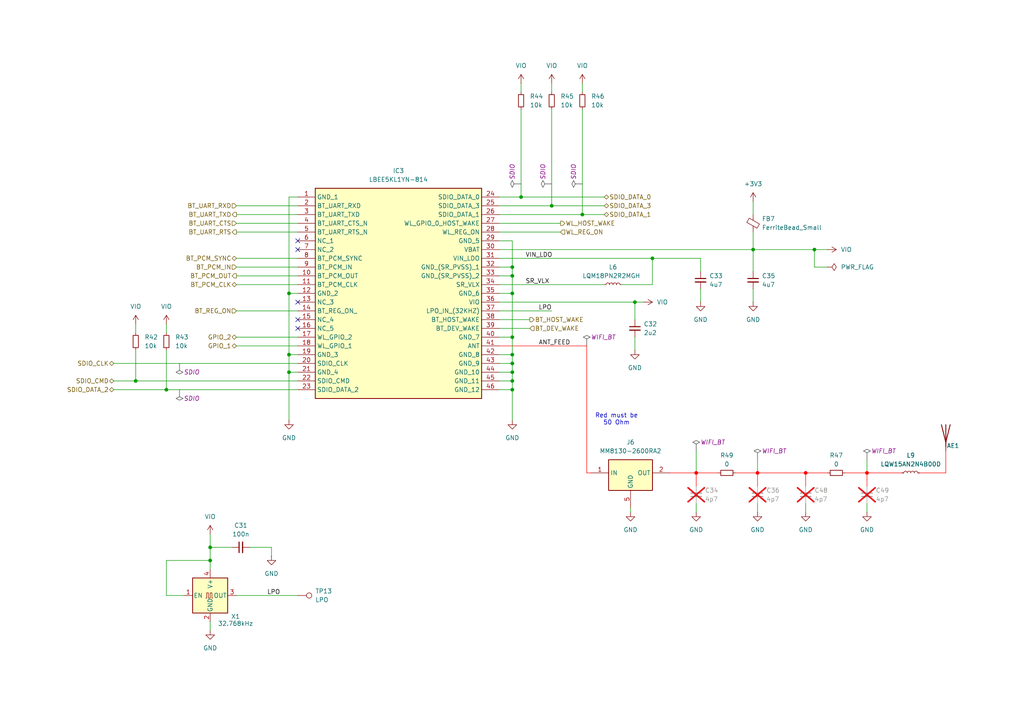
<source format=kicad_sch>
(kicad_sch (version 20231120) (generator "eeschema") (generator_version "8.0")
  (paper "A4")
  (title_block (title "WiFi and Bluetooth - Murata 1YN") (date "2025-04-29") (rev "v0.1.0") (company "github.com/gabbla") (comment 1 "${PROJECTNAME}"))
  (lib_symbols
    (symbol "Connector:TestPoint" (pin_numbers hide) (pin_names (offset 0.762) hide)
      (property "Reference" "TP" (at 0 6.858 0))
      (property "Value" "TestPoint" (at 0 5.08 0))
      (symbol "TestPoint_0_1"
        (circle (center 0 3.302) (radius 0.762))
      )
      (symbol "TestPoint_1_1"
        (pin passive line (at 0 0 90) (length 2.54) (name "1") (number "1"))
      )
    )
    (symbol "Device:Antenna" (pin_numbers hide) (pin_names (offset 1.016) hide)
      (property "Reference" "AE" (at -1.905 1.905 0))
      (property "Value" "Antenna" (at -1.905 0 0))
      (symbol "Antenna_0_1"
        (polyline (pts (xy 0 2.54) (xy 0 -3.81)) (stroke (width 0.254)))
        (polyline (pts (xy 1.27 2.54) (xy 0 -2.54) (xy -1.27 2.54)) (stroke (width 0.254)))
      )
      (symbol "Antenna_1_1"
        (pin input line (at 0 -5.08 90) (length 2.54) (name "A") (number "1"))
      )
    )
    (symbol "Device:C_Small" (pin_numbers hide) (pin_names (offset 0.254) hide)
      (property "Reference" "C" (at 0.254 1.778 0))
      (property "Value" "C_Small" (at 0.254 -2.032 0))
      (symbol "C_Small_0_1"
        (polyline (pts (xy -1.524 -0.508) (xy 1.524 -0.508)) (stroke (width 0.3302)))
        (polyline (pts (xy -1.524 0.508) (xy 1.524 0.508)) (stroke (width 0.3048)))
      )
      (symbol "C_Small_1_1"
        (pin passive line (at 0 2.54 270) (length 2.032) (name "~") (number "1"))
        (pin passive line (at 0 -2.54 90) (length 2.032) (name "~") (number "2"))
      )
    )
    (symbol "Device:FerriteBead_Small" (pin_numbers hide) (pin_names (offset 0))
      (property "Reference" "FB" (at 1.905 1.27 0))
      (property "Value" "FerriteBead_Small" (at 1.905 -1.27 0))
      (symbol "FerriteBead_Small_0_1"
        (polyline (pts (xy 0 -1.27) (xy 0 -0.7874)))
        (polyline (pts (xy 0 0.889) (xy 0 1.2954)))
        (polyline (pts (xy -1.8288 0.2794) (xy -1.1176 1.4986) (xy 1.8288 -0.2032) (xy 1.1176 -1.4224) (xy -1.8288 0.2794)))
      )
      (symbol "FerriteBead_Small_1_1"
        (pin passive line (at 0 2.54 270) (length 1.27) (name "~") (number "1"))
        (pin passive line (at 0 -2.54 90) (length 1.27) (name "~") (number "2"))
      )
    )
    (symbol "Device:L_Small" (pin_numbers hide) (pin_names (offset 0.254) hide)
      (property "Reference" "L" (at 0.762 1.016 0))
      (property "Value" "L_Small" (at 0.762 -1.016 0))
      (symbol "L_Small_0_1"
        (arc (start 0 -2.032) (mid 0.5058 -1.524) (end 0 -1.016))
        (arc (start 0 -1.016) (mid 0.5058 -0.508) (end 0 0))
        (arc (start 0 0) (mid 0.5058 0.508) (end 0 1.016))
        (arc (start 0 1.016) (mid 0.5058 1.524) (end 0 2.032))
      )
      (symbol "L_Small_1_1"
        (pin passive line (at 0 2.54 270) (length 0.508) (name "~") (number "1"))
        (pin passive line (at 0 -2.54 90) (length 0.508) (name "~") (number "2"))
      )
    )
    (symbol "Device:R_Small" (pin_numbers hide) (pin_names (offset 0.254) hide)
      (property "Reference" "R" (at 0.762 0.508 0))
      (property "Value" "R_Small" (at 0.762 -1.016 0))
      (symbol "R_Small_0_1"
        (rectangle (start -0.762 1.778) (end 0.762 -1.778) (stroke (width 0.2032)))
      )
      (symbol "R_Small_1_1"
        (pin passive line (at 0 2.54 270) (length 0.762) (name "~") (number "1"))
        (pin passive line (at 0 -2.54 90) (length 0.762) (name "~") (number "2"))
      )
    )
    (symbol "LBEE5KL1YN-814:LBEE5KL1YN-814"
      (property "Reference" "IC" (at 54.61 7.62 0))
      (property "Value" "LBEE5KL1YN-814" (at 54.61 5.08 0))
      (symbol "LBEE5KL1YN-814_1_1"
        (rectangle (start 5.08 2.54) (end 53.34 -58.42) (stroke (width 0.254)) (fill (type background)))
        (pin passive line (at 0 0 0) (length 5.08) (name "GND_1") (number "1"))
        (pin passive line (at 0 -22.86 0) (length 5.08) (name "BT_PCM_OUT") (number "10"))
        (pin passive line (at 0 -25.4 0) (length 5.08) (name "BT_PCM_CLK") (number "11"))
        (pin passive line (at 0 -27.94 0) (length 5.08) (name "GND_2") (number "12"))
        (pin passive line (at 0 -30.48 0) (length 5.08) (name "NC_3") (number "13"))
        (pin passive line (at 0 -33.02 0) (length 5.08) (name "BT_REG_ON_") (number "14"))
        (pin passive line (at 0 -35.56 0) (length 5.08) (name "NC_4") (number "15"))
        (pin passive line (at 0 -38.1 0) (length 5.08) (name "NC_5") (number "16"))
        (pin passive line (at 0 -40.64 0) (length 5.08) (name "WL_GPIO_2") (number "17"))
        (pin passive line (at 0 -43.18 0) (length 5.08) (name "WL_GPIO_1") (number "18"))
        (pin passive line (at 0 -45.72 0) (length 5.08) (name "GND_3") (number "19"))
        (pin passive line (at 0 -2.54 0) (length 5.08) (name "BT_UART_RXD") (number "2"))
        (pin passive line (at 0 -48.26 0) (length 5.08) (name "SDIO_CLK") (number "20"))
        (pin passive line (at 0 -50.8 0) (length 5.08) (name "GND_4") (number "21"))
        (pin passive line (at 0 -53.34 0) (length 5.08) (name "SDIO_CMD") (number "22"))
        (pin passive line (at 0 -55.88 0) (length 5.08) (name "SDIO_DATA_2") (number "23"))
        (pin passive line (at 58.42 0 180) (length 5.08) (name "SDIO_DATA_0") (number "24"))
        (pin passive line (at 58.42 -2.54 180) (length 5.08) (name "SDIO_DATA_3") (number "25"))
        (pin passive line (at 58.42 -5.08 180) (length 5.08) (name "SDIO_DATA_1") (number "26"))
        (pin passive line (at 58.42 -7.62 180) (length 5.08) (name "WL_GPIO_0_HOST_WAKE") (number "27"))
        (pin passive line (at 58.42 -10.16 180) (length 5.08) (name "WL_REG_ON") (number "28"))
        (pin passive line (at 58.42 -12.7 180) (length 5.08) (name "GND_5") (number "29"))
        (pin passive line (at 0 -5.08 0) (length 5.08) (name "BT_UART_TXD") (number "3"))
        (pin passive line (at 58.42 -15.24 180) (length 5.08) (name "VBAT") (number "30"))
        (pin passive line (at 58.42 -17.78 180) (length 5.08) (name "VIN_LDO") (number "31"))
        (pin passive line (at 58.42 -20.32 180) (length 5.08) (name "GND_(SR_PVSS)_1") (number "32"))
        (pin passive line (at 58.42 -22.86 180) (length 5.08) (name "GND_(SR_PVSS)_2") (number "33"))
        (pin passive line (at 58.42 -25.4 180) (length 5.08) (name "SR_VLX") (number "34"))
        (pin passive line (at 58.42 -27.94 180) (length 5.08) (name "GND_6") (number "35"))
        (pin passive line (at 58.42 -30.48 180) (length 5.08) (name "VIO") (number "36"))
        (pin passive line (at 58.42 -33.02 180) (length 5.08) (name "LPO_IN_(32KHZ)") (number "37"))
        (pin passive line (at 58.42 -35.56 180) (length 5.08) (name "BT_HOST_WAKE") (number "38"))
        (pin passive line (at 58.42 -38.1 180) (length 5.08) (name "BT_DEV_WAKE") (number "39"))
        (pin passive line (at 0 -7.62 0) (length 5.08) (name "BT_UART_CTS_N") (number "4"))
        (pin passive line (at 58.42 -40.64 180) (length 5.08) (name "GND_7") (number "40"))
        (pin passive line (at 58.42 -43.18 180) (length 5.08) (name "ANT") (number "41"))
        (pin passive line (at 58.42 -45.72 180) (length 5.08) (name "GND_8") (number "42"))
        (pin passive line (at 58.42 -48.26 180) (length 5.08) (name "GND_9") (number "43"))
        (pin passive line (at 58.42 -50.8 180) (length 5.08) (name "GND_10") (number "44"))
        (pin passive line (at 58.42 -53.34 180) (length 5.08) (name "GND_11") (number "45"))
        (pin passive line (at 58.42 -55.88 180) (length 5.08) (name "GND_12") (number "46"))
        (pin passive line (at 0 -10.16 0) (length 5.08) (name "BT_UART_RTS_N") (number "5"))
        (pin passive line (at 0 -12.7 0) (length 5.08) (name "NC_1") (number "6"))
        (pin passive line (at 0 -15.24 0) (length 5.08) (name "NC_2") (number "7"))
        (pin passive line (at 0 -17.78 0) (length 5.08) (name "BT_PCM_SYNC") (number "8"))
        (pin passive line (at 0 -20.32 0) (length 5.08) (name "BT_PCM_IN") (number "9"))
      )
    )
    (symbol "MM8130-2600RA2:MM8130-2600RA2"
      (property "Reference" "J" (at 3.048 9.144 0))
      (property "Value" "MM8130-2600RA2" (at 3.048 6.604 0))
      (symbol "MM8130-2600RA2_1_1"
        (rectangle (start 5.08 3.81) (end 17.78 -5.08) (stroke (width 0.254)) (fill (type background)))
        (pin passive line (at 0 0 0) (length 5.08) (name "IN") (number "1"))
        (pin passive line (at 22.86 0 180) (length 5.08) (name "OUT") (number "2"))
        (pin passive line (at 11.43 -10.16 90) (length 5.08) hide (name "GND") (number "3"))
        (pin passive line (at 11.43 -10.16 90) (length 5.08) hide (name "GND") (number "4"))
        (pin passive line (at 11.43 -10.16 90) (length 5.08) (name "GND") (number "5"))
        (pin passive line (at 11.43 -10.16 90) (length 5.08) hide (name "GND") (number "6"))
      )
    )
    (symbol "Oscillator:XO32" (pin_names (offset 0.254))
      (property "Reference" "X" (at -5.08 6.35 0))
      (property "Value" "XO32" (at 1.27 -6.35 0))
      (symbol "XO32_0_1"
        (rectangle (start -5.08 5.08) (end 5.08 -5.08) (stroke (width 0.254)) (fill (type background)))
        (polyline (pts (xy -1.27 -0.762) (xy -1.016 -0.762) (xy -1.016 0.762) (xy -0.508 0.762) (xy -0.508 -0.762) (xy 0 -0.762) (xy 0 0.762) (xy 0.508 0.762) (xy 0.508 -0.762) (xy 0.762 -0.762)))
      )
      (symbol "XO32_1_1"
        (pin input line (at -7.62 0 0) (length 2.54) (name "EN") (number "1"))
        (pin power_in line (at 0 -7.62 90) (length 2.54) (name "GND") (number "2"))
        (pin output line (at 7.62 0 180) (length 2.54) (name "OUT") (number "3"))
        (pin power_in line (at 0 7.62 270) (length 2.54) (name "V+") (number "4"))
      )
    )
    (symbol "power:+3V3" (power) (pin_numbers hide) (pin_names (offset 0) hide)
      (property "Value" "+3V3" (at 0 3.556 0))
      (symbol "+3V3_0_1"
        (polyline (pts (xy -0.762 1.27) (xy 0 2.54)))
        (polyline (pts (xy 0 0) (xy 0 2.54)))
        (polyline (pts (xy 0 2.54) (xy 0.762 1.27)))
      )
      (symbol "+3V3_1_1"
        (pin power_in line (at 0 0 90) (length 0) (name "~") (number "1"))
      )
    )
    (symbol "power:GND" (power) (pin_numbers hide) (pin_names (offset 0) hide)
      (property "Value" "GND" (at 0 -3.81 0))
      (symbol "GND_0_1"
        (polyline (pts (xy 0 0) (xy 0 -1.27) (xy 1.27 -1.27) (xy 0 -2.54) (xy -1.27 -1.27) (xy 0 -1.27)))
      )
      (symbol "GND_1_1"
        (pin power_in line (at 0 0 270) (length 0) (name "~") (number "1"))
      )
    )
    (symbol "power:PWR_FLAG" (power) (pin_numbers hide) (pin_names (offset 0) hide)
      (property "Value" "PWR_FLAG" (at 0 3.81 0))
      (symbol "PWR_FLAG_0_0"
        (pin power_out line (at 0 0 90) (length 0) (name "~") (number "1"))
      )
      (symbol "PWR_FLAG_0_1"
        (polyline (pts (xy 0 0) (xy 0 1.27) (xy -1.016 1.905) (xy 0 2.54) (xy 1.016 1.905) (xy 0 1.27)))
      )
    )
  )
  (junction (at 189.23 74.93))
  (junction (at 151.13 57.15))
  (junction (at 148.59 105.41))
  (junction (at 148.59 85.09))
  (junction (at 148.59 77.47))
  (junction (at 83.82 85.09))
  (junction (at 148.59 80.01))
  (junction (at 148.59 110.49))
  (junction (at 160.02 59.69))
  (junction (at 168.91 62.23))
  (junction (at 148.59 102.87))
  (junction (at 148.59 97.79))
  (junction (at 148.59 107.95))
  (junction (at 60.96 162.56))
  (junction (at 83.82 107.95))
  (junction (at 251.46 137.16) (color 255 0 0 1))
  (junction (at 218.44 72.39))
  (junction (at 233.68 137.16) (color 255 0 0 1))
  (junction (at 60.96 158.75))
  (junction (at 48.26 113.03))
  (junction (at 201.93 137.16) (color 255 0 0 1))
  (junction (at 39.37 110.49))
  (junction (at 184.15 87.63))
  (junction (at 148.59 113.03))
  (junction (at 236.22 72.39))
  (junction (at 83.82 102.87))
  (junction (at 219.71 137.16) (color 255 0 0 1))
  (no_connect (at 86.36 87.63))
  (no_connect (at 86.36 69.85))
  (no_connect (at 86.36 95.25))
  (no_connect (at 86.36 92.71))
  (no_connect (at 86.36 72.39))
  (wire (pts (xy 170.18 100.33) (xy 170.18 137.16)) (stroke (width 0) (color 255 0 0 1)))
  (wire (pts (xy 144.78 62.23) (xy 168.91 62.23)))
  (wire (pts (xy 144.78 85.09) (xy 148.59 85.09)))
  (wire (pts (xy 218.44 72.39) (xy 236.22 72.39)))
  (wire (pts (xy 39.37 93.98) (xy 39.37 96.52)))
  (wire (pts (xy 60.96 180.34) (xy 60.96 182.88)))
  (wire (pts (xy 201.93 137.16) (xy 201.93 140.97)) (stroke (width 0) (color 255 0 0 1)))
  (wire (pts (xy 148.59 105.41) (xy 148.59 107.95)))
  (wire (pts (xy 60.96 158.75) (xy 60.96 162.56)))
  (wire (pts (xy 78.74 158.75) (xy 78.74 161.29)))
  (wire (pts (xy 182.88 147.32) (xy 182.88 148.59)))
  (wire (pts (xy 48.26 93.98) (xy 48.26 96.52)))
  (wire (pts (xy 213.36 137.16) (xy 219.71 137.16)) (stroke (width 0) (color 255 0 0 1)))
  (wire (pts (xy 144.78 95.25) (xy 153.67 95.25)))
  (wire (pts (xy 83.82 107.95) (xy 83.82 121.92)))
  (wire (pts (xy 68.58 64.77) (xy 86.36 64.77)))
  (wire (pts (xy 68.58 90.17) (xy 86.36 90.17)))
  (wire (pts (xy 68.58 59.69) (xy 86.36 59.69)))
  (wire (pts (xy 144.78 67.31) (xy 162.56 67.31)))
  (wire (pts (xy 168.91 24.13) (xy 168.91 26.67)))
  (wire (pts (xy 144.78 102.87) (xy 148.59 102.87)))
  (wire (pts (xy 144.78 113.03) (xy 148.59 113.03)))
  (wire (pts (xy 151.13 24.13) (xy 151.13 26.67)))
  (wire (pts (xy 144.78 110.49) (xy 148.59 110.49)))
  (wire (pts (xy 160.02 59.69) (xy 175.26 59.69)))
  (wire (pts (xy 219.71 133.35) (xy 219.71 137.16)))
  (wire (pts (xy 236.22 77.47) (xy 236.22 72.39)))
  (wire (pts (xy 68.58 172.72) (xy 86.36 172.72)))
  (wire (pts (xy 83.82 85.09) (xy 86.36 85.09)))
  (wire (pts (xy 189.23 82.55) (xy 189.23 74.93)))
  (wire (pts (xy 53.34 172.72) (xy 48.26 172.72)))
  (wire (pts (xy 68.58 97.79) (xy 86.36 97.79)))
  (wire (pts (xy 83.82 102.87) (xy 86.36 102.87)))
  (wire (pts (xy 148.59 80.01) (xy 148.59 85.09)))
  (wire (pts (xy 86.36 57.15) (xy 83.82 57.15)))
  (wire (pts (xy 144.78 87.63) (xy 184.15 87.63)))
  (wire (pts (xy 180.34 82.55) (xy 189.23 82.55)))
  (wire (pts (xy 240.03 77.47) (xy 236.22 77.47)))
  (wire (pts (xy 170.18 137.16) (xy 171.45 137.16)) (stroke (width 0) (color 255 0 0 1)))
  (wire (pts (xy 144.78 80.01) (xy 148.59 80.01)))
  (wire (pts (xy 60.96 154.94) (xy 60.96 158.75)))
  (wire (pts (xy 245.11 137.16) (xy 251.46 137.16)) (stroke (width 0) (color 255 0 0 1)))
  (wire (pts (xy 60.96 162.56) (xy 60.96 165.1)))
  (wire (pts (xy 144.78 77.47) (xy 148.59 77.47)))
  (wire (pts (xy 201.93 130.81) (xy 201.93 137.16)))
  (wire (pts (xy 184.15 87.63) (xy 186.69 87.63)))
  (wire (pts (xy 33.02 105.41) (xy 86.36 105.41)))
  (wire (pts (xy 274.32 137.16) (xy 274.32 130.81)) (stroke (width 0) (color 255 0 0 1)))
  (wire (pts (xy 68.58 100.33) (xy 86.36 100.33)))
  (wire (pts (xy 144.78 92.71) (xy 153.67 92.71)))
  (wire (pts (xy 218.44 83.82) (xy 218.44 87.63)))
  (wire (pts (xy 72.39 158.75) (xy 78.74 158.75)))
  (wire (pts (xy 203.2 74.93) (xy 189.23 74.93)))
  (wire (pts (xy 168.91 62.23) (xy 175.26 62.23)))
  (wire (pts (xy 48.26 162.56) (xy 60.96 162.56)))
  (wire (pts (xy 144.78 105.41) (xy 148.59 105.41)))
  (wire (pts (xy 184.15 97.79) (xy 184.15 101.6)))
  (wire (pts (xy 233.68 137.16) (xy 233.68 140.97)) (stroke (width 0) (color 255 0 0 1)))
  (wire (pts (xy 251.46 146.05) (xy 251.46 148.59)))
  (wire (pts (xy 144.78 59.69) (xy 160.02 59.69)))
  (wire (pts (xy 233.68 146.05) (xy 233.68 148.59)))
  (wire (pts (xy 218.44 67.31) (xy 218.44 72.39)))
  (wire (pts (xy 144.78 97.79) (xy 148.59 97.79)))
  (wire (pts (xy 144.78 69.85) (xy 148.59 69.85)))
  (wire (pts (xy 60.96 158.75) (xy 67.31 158.75)))
  (wire (pts (xy 203.2 78.74) (xy 203.2 74.93)))
  (wire (pts (xy 68.58 62.23) (xy 86.36 62.23)))
  (wire (pts (xy 83.82 102.87) (xy 83.82 107.95)))
  (wire (pts (xy 68.58 67.31) (xy 86.36 67.31)))
  (wire (pts (xy 218.44 72.39) (xy 218.44 78.74)))
  (wire (pts (xy 144.78 100.33) (xy 170.18 100.33)) (stroke (width 0) (color 255 0 0 1)))
  (wire (pts (xy 83.82 57.15) (xy 83.82 85.09)))
  (wire (pts (xy 48.26 101.6) (xy 48.26 113.03)))
  (wire (pts (xy 144.78 82.55) (xy 175.26 82.55)))
  (wire (pts (xy 233.68 137.16) (xy 240.03 137.16)) (stroke (width 0) (color 255 0 0 1)))
  (wire (pts (xy 168.91 31.75) (xy 168.91 62.23)))
  (wire (pts (xy 148.59 110.49) (xy 148.59 113.03)))
  (wire (pts (xy 144.78 64.77) (xy 162.56 64.77)))
  (wire (pts (xy 218.44 58.42) (xy 218.44 62.23)))
  (wire (pts (xy 148.59 77.47) (xy 148.59 80.01)))
  (wire (pts (xy 151.13 31.75) (xy 151.13 57.15)))
  (wire (pts (xy 148.59 107.95) (xy 148.59 110.49)))
  (wire (pts (xy 83.82 85.09) (xy 83.82 102.87)))
  (wire (pts (xy 144.78 90.17) (xy 160.02 90.17)))
  (wire (pts (xy 148.59 97.79) (xy 148.59 102.87)))
  (wire (pts (xy 144.78 72.39) (xy 218.44 72.39)))
  (wire (pts (xy 151.13 57.15) (xy 175.26 57.15)))
  (wire (pts (xy 160.02 31.75) (xy 160.02 59.69)))
  (wire (pts (xy 266.7 137.16) (xy 274.32 137.16)) (stroke (width 0) (color 255 0 0 1)))
  (wire (pts (xy 144.78 57.15) (xy 151.13 57.15)))
  (wire (pts (xy 148.59 69.85) (xy 148.59 77.47)))
  (wire (pts (xy 203.2 83.82) (xy 203.2 87.63)))
  (wire (pts (xy 219.71 137.16) (xy 233.68 137.16)) (stroke (width 0) (color 255 0 0 1)))
  (wire (pts (xy 194.31 137.16) (xy 201.93 137.16)) (stroke (width 0) (color 255 0 0 1)))
  (wire (pts (xy 68.58 77.47) (xy 86.36 77.47)))
  (wire (pts (xy 251.46 133.35) (xy 251.46 137.16)))
  (wire (pts (xy 48.26 113.03) (xy 86.36 113.03)))
  (wire (pts (xy 201.93 137.16) (xy 208.28 137.16)) (stroke (width 0) (color 255 0 0 1)))
  (wire (pts (xy 184.15 87.63) (xy 184.15 92.71)))
  (wire (pts (xy 160.02 24.13) (xy 160.02 26.67)))
  (wire (pts (xy 219.71 137.16) (xy 219.71 140.97)) (stroke (width 0) (color 255 0 0 1)))
  (wire (pts (xy 39.37 110.49) (xy 86.36 110.49)))
  (wire (pts (xy 144.78 107.95) (xy 148.59 107.95)))
  (wire (pts (xy 144.78 74.93) (xy 189.23 74.93)))
  (wire (pts (xy 48.26 172.72) (xy 48.26 162.56)))
  (wire (pts (xy 201.93 146.05) (xy 201.93 148.59)))
  (wire (pts (xy 33.02 113.03) (xy 48.26 113.03)))
  (wire (pts (xy 68.58 82.55) (xy 86.36 82.55)))
  (wire (pts (xy 236.22 72.39) (xy 240.03 72.39)))
  (wire (pts (xy 251.46 137.16) (xy 251.46 140.97)) (stroke (width 0) (color 255 0 0 1)))
  (wire (pts (xy 68.58 74.93) (xy 86.36 74.93)))
  (wire (pts (xy 148.59 85.09) (xy 148.59 97.79)))
  (wire (pts (xy 33.02 110.49) (xy 39.37 110.49)))
  (wire (pts (xy 148.59 102.87) (xy 148.59 105.41)))
  (wire (pts (xy 68.58 80.01) (xy 86.36 80.01)))
  (wire (pts (xy 219.71 146.05) (xy 219.71 148.59)))
  (wire (pts (xy 83.82 107.95) (xy 86.36 107.95)))
  (wire (pts (xy 39.37 101.6) (xy 39.37 110.49)))
  (wire (pts (xy 251.46 137.16) (xy 261.62 137.16)) (stroke (width 0) (color 255 0 0 1)))
  (wire (pts (xy 148.59 113.03) (xy 148.59 121.92)))
  (text "Red must be\n50 Ohm" (at 178.816 121.666 0) (effects (font (size 1.27 1.27))))
  (label "SR_VLX" (at 152.4 82.55 0))
  (label "VIN_LDO" (at 152.4 74.93 0))
  (label "ANT_FEED" (at 156.21 100.33 0))
  (label "LPO" (at 81.28 172.72 180))
  (label "LPO" (at 160.02 90.17 180))
  (hierarchical_label "BT_DEV_WAKE" (shape input) (at 153.67 95.25 0))
  (hierarchical_label "GPIO_1" (shape bidirectional) (at 68.58 100.33 180))
  (hierarchical_label "BT_UART_CTS" (shape input) (at 68.58 64.77 180))
  (hierarchical_label "WL_HOST_WAKE" (shape output) (at 162.56 64.77 0))
  (hierarchical_label "BT_UART_RTS" (shape output) (at 68.58 67.31 180))
  (hierarchical_label "SDIO_DATA_1" (shape bidirectional) (at 175.26 62.23 0))
  (hierarchical_label "SDIO_CLK" (shape bidirectional) (at 33.02 105.41 180))
  (hierarchical_label "SDIO_DATA_2" (shape bidirectional) (at 33.02 113.03 180))
  (hierarchical_label "BT_UART_TXD" (shape output) (at 68.58 62.23 180))
  (hierarchical_label "BT_PCM_SYNC" (shape bidirectional) (at 68.58 74.93 180))
  (hierarchical_label "SDIO_DATA_0" (shape bidirectional) (at 175.26 57.15 0))
  (hierarchical_label "BT_REG_ON" (shape input) (at 68.58 90.17 180))
  (hierarchical_label "BT_PCM_IN" (shape input) (at 68.58 77.47 180))
  (hierarchical_label "BT_PCM_CLK" (shape bidirectional) (at 68.58 82.55 180))
  (hierarchical_label "BT_UART_RXD" (shape input) (at 68.58 59.69 180))
  (hierarchical_label "BT_HOST_WAKE" (shape output) (at 153.67 92.71 0))
  (hierarchical_label "GPIO_2" (shape bidirectional) (at 68.58 97.79 180))
  (hierarchical_label "BT_PCM_OUT" (shape output) (at 68.58 80.01 180))
  (hierarchical_label "SDIO_DATA_3" (shape bidirectional) (at 175.26 59.69 0))
  (hierarchical_label "WL_REG_ON" (shape input) (at 162.56 67.31 0))
  (hierarchical_label "SDIO_CMD" (shape bidirectional) (at 33.02 110.49 180))
  (netclass_flag "" (length 2.54) (shape diamond) (at 219.71 133.35 0) (property "Netclass" "WIFI_BT" (at 220.9165 130.81 0) (effects (font (italic yes)) (justify left))))
  (netclass_flag "" (length 2.54) (shape diamond) (at 170.18 100.33 0) (property "Netclass" "WIFI_BT" (at 171.3865 97.79 0) (effects (font (italic yes)) (justify left))))
  (netclass_flag "" (length 2.54) (shape diamond) (at 151.13 53.34 90) (property "Netclass" "SDIO" (at 148.59 52.1335 90) (effects (font (italic yes)) (justify left))))
  (netclass_flag "" (length 2.54) (shape diamond) (at 201.93 130.81 0) (property "Netclass" "WIFI_BT" (at 203.1365 128.27 0) (effects (font (italic yes)) (justify left))))
  (netclass_flag "" (length 2.54) (shape diamond) (at 52.07 113.03 180) (property "Netclass" "SDIO" (at 53.2765 115.57 0) (effects (font (italic yes)) (justify left))))
  (netclass_flag "" (length 2.54) (shape diamond) (at 52.07 105.41 180) (property "Netclass" "SDIO" (at 53.2765 107.95 0) (effects (font (italic yes)) (justify left))))
  (netclass_flag "" (length 2.54) (shape diamond) (at 251.46 133.35 0) (property "Netclass" "WIFI_BT" (at 252.6665 130.81 0) (effects (font (italic yes)) (justify left))))
  (netclass_flag "" (length 2.54) (shape diamond) (at 168.91 53.34 90) (property "Netclass" "SDIO" (at 166.37 52.1335 90) (effects (font (italic yes)) (justify left))))
  (netclass_flag "" (length 2.54) (shape diamond) (at 160.02 53.34 90) (property "Netclass" "SDIO" (at 157.48 52.1335 90) (effects (font (italic yes)) (justify left))))
  (symbol (lib_id "power:GND") (at 233.68 148.59 0) (unit 1)
    (property "Reference" "#PWR0160" (effects (hide yes)))
    (property "Value" "GND" (at 233.68 153.67 0))
    (property "Description" "Power symbol creates a global label with name \"GND\" , ground" (effects (hide yes)))
  )
  (symbol (lib_id "Device:FerriteBead_Small") (at 218.44 64.77 0) (unit 1)
    (property "Reference" "FB7" (at 220.98 63.4618 0) (effects (justify left)))
    (property "Value" "FerriteBead_Small" (at 220.98 66.0018 0) (effects (justify left)))
    (property "Footprint" "Inductor_SMD:L_0805_2012Metric_Pad1.05x1.20mm_HandSolder" (effects (hide yes)))
    (property "Description" "Ferrite bead, small symbol" (effects (hide yes)))
  )
  (symbol (lib_id "power:GND") (at 218.44 87.63 0) (unit 1)
    (property "Reference" "#PWR098" (effects (hide yes)))
    (property "Value" "GND" (at 218.44 92.71 0))
    (property "Description" "Power symbol creates a global label with name \"GND\" , ground" (effects (hide yes)))
  )
  (symbol (lib_id "Device:C_Small") (at 219.71 143.51 180) (unit 1) (dnp yes)
    (property "Reference" "C36" (at 222.25 142.2335 0) (effects (justify right)))
    (property "Value" "4p7" (at 222.25 144.7735 0) (effects (justify right)))
    (property "Footprint" "Capacitor_SMD:C_0402_1005Metric_Pad0.74x0.62mm_HandSolder" (effects (hide yes)))
    (property "Description" "Unpolarized capacitor, small symbol" (effects (hide yes)))
  )
  (symbol (lib_id "power:GND") (at 83.82 121.92 0) (unit 1)
    (property "Reference" "#PWR090" (effects (hide yes)))
    (property "Value" "GND" (at 83.82 127 0))
    (property "Description" "Power symbol creates a global label with name \"GND\" , ground" (effects (hide yes)))
  )
  (symbol (lib_id "Device:R_Small") (at 160.02 29.21 0) (unit 1)
    (property "Reference" "R45" (at 162.56 27.9399 0) (effects (justify left)))
    (property "Value" "10k" (at 162.56 30.4799 0) (effects (justify left)))
    (property "Footprint" "Resistor_SMD:R_0402_1005Metric_Pad0.72x0.64mm_HandSolder" (effects (hide yes)))
    (property "Description" "Resistor, small symbol" (effects (hide yes)))
  )
  (symbol (lib_id "power:+3V3") (at 60.96 154.94 0) (unit 1)
    (property "Reference" "#PWR087" (effects (hide yes)))
    (property "Value" "VIO" (at 60.96 149.86 0))
    (property "Description" "Power symbol creates a global label with name \"+3V3\"" (effects (hide yes)))
  )
  (symbol (lib_id "Device:C_Small") (at 184.15 95.25 0) (unit 1)
    (property "Reference" "C32" (at 186.69 93.9862 0) (effects (justify left)))
    (property "Value" "2u2" (at 186.69 96.5262 0) (effects (justify left)))
    (property "Footprint" "Capacitor_SMD:C_0603_1608Metric_Pad1.08x0.95mm_HandSolder" (effects (hide yes)))
    (property "Description" "Unpolarized capacitor, small symbol" (effects (hide yes)))
  )
  (symbol (lib_id "power:+3V3") (at 160.02 24.13 0) (unit 1)
    (property "Reference" "#PWR093" (effects (hide yes)))
    (property "Value" "VIO" (at 160.02 19.05 0))
    (property "Description" "Power symbol creates a global label with name \"+3V3\"" (effects (hide yes)))
  )
  (symbol (lib_id "power:GND") (at 203.2 87.63 0) (unit 1)
    (property "Reference" "#PWR094" (effects (hide yes)))
    (property "Value" "GND" (at 203.2 92.71 0))
    (property "Description" "Power symbol creates a global label with name \"GND\" , ground" (effects (hide yes)))
  )
  (symbol (lib_id "LBEE5KL1YN-814:LBEE5KL1YN-814") (at 86.36 57.15 0) (unit 1)
    (property "Reference" "IC3" (at 115.57 49.53 0))
    (property "Value" "LBEE5KL1YN-814" (at 115.57 52.07 0))
    (property "Footprint" "LBEE5KL1YN-814:LBEE5KL1YN814" (effects (hide yes)))
    (property "Datasheet" "https://www.murata.com/products/productdata/8815814344734/type1yn.pdf" (effects (hide yes)))
    (property "Description" "Bluetooth 802.11b/g/n, Bluetooth v5.2 Transceiver Module 2.4GHz ~ 2.4835GHz Antenna Not Included Surface Mount" (effects (hide yes)))
    (property "Height" "1.1" (effects (hide yes)))
    (property "Manufacturer_Name" "Murata Electronics" (effects (hide yes)))
    (property "Manufacturer_Part_Number" "LBEE5KL1YN-814" (effects (hide yes)))
    (property "Mouser Part Number" "81-LBEE5KL1YN-814" (effects (hide yes)))
    (property "Mouser Price/Stock" "https://www.mouser.co.uk/ProductDetail/Murata-Electronics/LBEE5KL1YN-814?qs=TCDPyi3sCW1FrH0sh%252Bb5wA%3D%3D" (effects (hide yes)))
    (property "Arrow Part Number" "LBEE5KL1YN-814" (effects (hide yes)))
    (property "Arrow Price/Stock" "https://www.arrow.com/en/products/lbee5kl1yn-814/murata-manufacturing?utm_currency=USD&region=nac" (effects (hide yes)))
  )
  (symbol (lib_id "Device:L_Small") (at 264.16 137.16 90) (unit 1)
    (property "Reference" "L9" (at 264.16 132.08 90))
    (property "Value" "LQW15AN2N4B00D" (at 264.16 134.62 90))
    (property "Footprint" "Inductor_SMD:L_0402_1005Metric" (effects (hide yes)))
    (property "Description" "Inductor, small symbol" (effects (hide yes)))
  )
  (symbol (lib_id "Device:C_Small") (at 201.93 143.51 180) (unit 1) (dnp yes)
    (property "Reference" "C34" (at 204.47 142.2335 0) (effects (justify right)))
    (property "Value" "4p7" (at 204.47 144.7735 0) (effects (justify right)))
    (property "Footprint" "Capacitor_SMD:C_0402_1005Metric_Pad0.74x0.62mm_HandSolder" (effects (hide yes)))
    (property "Description" "Unpolarized capacitor, small symbol" (effects (hide yes)))
  )
  (symbol (lib_id "Oscillator:XO32") (at 60.96 172.72 0) (unit 1)
    (property "Reference" "X1" (at 68.326 178.816 0))
    (property "Value" "32.768kHz" (at 68.326 180.848 0))
    (property "Footprint" "Oscillator:Oscillator_SMD_EuroQuartz_XO32-4Pin_3.2x2.5mm" (effects (hide yes)))
    (property "Datasheet" "http://cdn-reichelt.de/documents/datenblatt/B400/XO32.pdf" (effects (hide yes)))
    (property "Description" "HCMOS Clock Oscillator" (effects (hide yes)))
  )
  (symbol (lib_id "power:GND") (at 201.93 148.59 0) (unit 1)
    (property "Reference" "#PWR0100" (effects (hide yes)))
    (property "Value" "GND" (at 201.93 153.67 0))
    (property "Description" "Power symbol creates a global label with name \"GND\" , ground" (effects (hide yes)))
  )
  (symbol (lib_id "Device:C_Small") (at 233.68 143.51 180) (unit 1) (dnp yes)
    (property "Reference" "C48" (at 236.22 142.2335 0) (effects (justify right)))
    (property "Value" "4p7" (at 236.22 144.7735 0) (effects (justify right)))
    (property "Footprint" "Capacitor_SMD:C_0402_1005Metric_Pad0.74x0.62mm_HandSolder" (effects (hide yes)))
    (property "Description" "Unpolarized capacitor, small symbol" (effects (hide yes)))
  )
  (symbol (lib_id "power:+3V3") (at 240.03 72.39 270) (unit 1)
    (property "Reference" "#PWR0104" (effects (hide yes)))
    (property "Value" "VIO" (at 243.84 72.3899 90) (effects (justify left)))
    (property "Description" "Power symbol creates a global label with name \"+3V3\"" (effects (hide yes)))
  )
  (symbol (lib_id "Device:L_Small") (at 177.8 82.55 90) (unit 1)
    (property "Reference" "L6" (at 177.8 77.47 90))
    (property "Value" "LQM18PN2R2MGH " (at 177.8 80.01 90))
    (property "Footprint" "Inductor_SMD:L_0603_1608Metric_Pad1.05x0.95mm_HandSolder" (effects (hide yes)))
    (property "Description" "Inductor, small symbol" (effects (hide yes)))
  )
  (symbol (lib_id "Device:C_Small") (at 218.44 81.28 0) (unit 1)
    (property "Reference" "C35" (at 220.98 80.0162 0) (effects (justify left)))
    (property "Value" "4u7" (at 220.98 82.5562 0) (effects (justify left)))
    (property "Footprint" "Capacitor_SMD:C_0603_1608Metric_Pad1.08x0.95mm_HandSolder" (effects (hide yes)))
    (property "Description" "Unpolarized capacitor, small symbol" (effects (hide yes)))
  )
  (symbol (lib_id "power:+3V3") (at 48.26 93.98 0) (unit 1)
    (property "Reference" "#PWR086" (effects (hide yes)))
    (property "Value" "VIO" (at 48.26 88.9 0))
    (property "Description" "Power symbol creates a global label with name \"+3V3\"" (effects (hide yes)))
  )
  (symbol (lib_id "power:GND") (at 251.46 148.59 0) (unit 1)
    (property "Reference" "#PWR0161" (effects (hide yes)))
    (property "Value" "GND" (at 251.46 153.67 0))
    (property "Description" "Power symbol creates a global label with name \"GND\" , ground" (effects (hide yes)))
  )
  (symbol (lib_id "Device:R_Small") (at 168.91 29.21 0) (unit 1)
    (property "Reference" "R46" (at 171.45 27.9399 0) (effects (justify left)))
    (property "Value" "10k" (at 171.45 30.4799 0) (effects (justify left)))
    (property "Footprint" "Resistor_SMD:R_0402_1005Metric_Pad0.72x0.64mm_HandSolder" (effects (hide yes)))
    (property "Description" "Resistor, small symbol" (effects (hide yes)))
  )
  (symbol (lib_id "power:+3V3") (at 168.91 24.13 0) (unit 1)
    (property "Reference" "#PWR095" (effects (hide yes)))
    (property "Value" "VIO" (at 168.91 19.05 0))
    (property "Description" "Power symbol creates a global label with name \"+3V3\"" (effects (hide yes)))
  )
  (symbol (lib_id "Device:C_Small") (at 69.85 158.75 90) (unit 1)
    (property "Reference" "C31" (at 69.8563 152.4 90))
    (property "Value" "100n" (at 69.8563 154.94 90))
    (property "Footprint" "Capacitor_SMD:C_0603_1608Metric_Pad1.08x0.95mm_HandSolder" (effects (hide yes)))
    (property "Description" "Unpolarized capacitor, small symbol" (effects (hide yes)))
  )
  (symbol (lib_id "Device:R_Small") (at 151.13 29.21 0) (unit 1)
    (property "Reference" "R44" (at 153.67 27.9399 0) (effects (justify left)))
    (property "Value" "10k" (at 153.67 30.4799 0) (effects (justify left)))
    (property "Footprint" "Resistor_SMD:R_0402_1005Metric_Pad0.72x0.64mm_HandSolder" (effects (hide yes)))
    (property "Description" "Resistor, small symbol" (effects (hide yes)))
  )
  (symbol (lib_id "Device:R_Small") (at 242.57 137.16 270) (unit 1)
    (property "Reference" "R47" (at 242.57 132.08 90))
    (property "Value" "0" (at 242.57 134.62 90))
    (property "Footprint" "Resistor_SMD:R_0402_1005Metric_Pad0.72x0.64mm_HandSolder" (effects (hide yes)))
    (property "Description" "Resistor, small symbol" (effects (hide yes)))
  )
  (symbol (lib_id "Device:R_Small") (at 48.26 99.06 0) (unit 1)
    (property "Reference" "R43" (at 50.8 97.7899 0) (effects (justify left)))
    (property "Value" "10k" (at 50.8 100.3299 0) (effects (justify left)))
    (property "Footprint" "Resistor_SMD:R_0402_1005Metric_Pad0.72x0.64mm_HandSolder" (effects (hide yes)))
    (property "Description" "Resistor, small symbol" (effects (hide yes)))
  )
  (symbol (lib_id "Device:Antenna") (at 274.32 125.73 0) (unit 1)
    (property "Reference" "AE1" (at 274.574 129.286 0) (effects (justify left)))
    (property "Value" "type1YN-antenna-p2ml4452-1" (effects (hide yes)))
    (property "Footprint" "1yn_antenna:1YN_ANTENNA" (effects (hide yes)))
    (property "Description" "Antenna" (effects (hide yes)))
  )
  (symbol (lib_id "power:+3V3") (at 186.69 87.63 270) (unit 1)
    (property "Reference" "#PWR097" (effects (hide yes)))
    (property "Value" "VIO" (at 190.5 87.6299 90) (effects (justify left)))
    (property "Description" "Power symbol creates a global label with name \"+3V3\"" (effects (hide yes)))
  )
  (symbol (lib_id "power:+3V3") (at 39.37 93.98 0) (unit 1)
    (property "Reference" "#PWR085" (effects (hide yes)))
    (property "Value" "VIO" (at 39.37 88.9 0))
    (property "Description" "Power symbol creates a global label with name \"+3V3\"" (effects (hide yes)))
  )
  (symbol (lib_id "power:+3V3") (at 218.44 58.42 0) (unit 1)
    (property "Reference" "#PWR0101" (effects (hide yes)))
    (property "Value" "+3V3" (at 218.44 53.34 0))
    (property "Description" "Power symbol creates a global label with name \"+3V3\"" (effects (hide yes)))
  )
  (symbol (lib_id "power:GND") (at 184.15 101.6 0) (unit 1)
    (property "Reference" "#PWR096" (effects (hide yes)))
    (property "Value" "GND" (at 184.15 106.68 0))
    (property "Description" "Power symbol creates a global label with name \"GND\" , ground" (effects (hide yes)))
  )
  (symbol (lib_id "power:GND") (at 148.59 121.92 0) (unit 1)
    (property "Reference" "#PWR091" (effects (hide yes)))
    (property "Value" "GND" (at 148.59 127 0))
    (property "Description" "Power symbol creates a global label with name \"GND\" , ground" (effects (hide yes)))
  )
  (symbol (lib_id "Connector:TestPoint") (at 86.36 172.72 270) (unit 1)
    (property "Reference" "TP13" (at 91.44 171.4499 90) (effects (justify left)))
    (property "Value" "LPO" (at 91.44 173.9899 90) (effects (justify left)))
    (property "Footprint" "TestPoint:TestPoint_Pad_D1.0mm" (effects (hide yes)))
    (property "Description" "test point" (effects (hide yes)))
  )
  (symbol (lib_id "power:GND") (at 78.74 161.29 0) (unit 1)
    (property "Reference" "#PWR089" (effects (hide yes)))
    (property "Value" "GND" (at 78.74 166.37 0))
    (property "Description" "Power symbol creates a global label with name \"GND\" , ground" (effects (hide yes)))
  )
  (symbol (lib_id "power:+3V3") (at 151.13 24.13 0) (unit 1)
    (property "Reference" "#PWR092" (effects (hide yes)))
    (property "Value" "VIO" (at 151.13 19.05 0))
    (property "Description" "Power symbol creates a global label with name \"+3V3\"" (effects (hide yes)))
  )
  (symbol (lib_id "MM8130-2600RA2:MM8130-2600RA2") (at 171.45 137.16 0) (unit 1)
    (property "Reference" "J6" (at 182.88 128.27 0))
    (property "Value" "MM8130-2600RA2" (at 182.88 130.81 0))
    (property "Footprint" "MM8130-2600RA2:MM81302600RA2" (effects (hide yes)))
    (property "Datasheet" "https://www.murata.com/-/media/webrenewal/support/library/catalog/products/connector/o30e.ashx?la=en-gb&cvid=20230202042145000000" (effects (hide yes)))
    (property "Description" "SWF Connector Receptacle, Female Socket 50 Ohms Surface Mount Solder" (effects (hide yes)))
    (property "Height" "1.5" (effects (hide yes)))
    (property "Mouser Part Number" "81-MM8130-2600RA2" (effects (hide yes)))
    (property "Mouser Price/Stock" "https://www.mouser.co.uk/ProductDetail/Murata-Electronics/MM8130-2600RA2?qs=pwh76yelNxAj%2FSz0%2FLo03A%3D%3D" (effects (hide yes)))
    (property "Manufacturer_Name" "Murata Electronics" (effects (hide yes)))
    (property "Manufacturer_Part_Number" "MM8130-2600RA2" (effects (hide yes)))
  )
  (symbol (lib_id "Device:C_Small") (at 251.46 143.51 180) (unit 1) (dnp yes)
    (property "Reference" "C49" (at 254 142.2335 0) (effects (justify right)))
    (property "Value" "4p7" (at 254 144.7735 0) (effects (justify right)))
    (property "Footprint" "Capacitor_SMD:C_0402_1005Metric_Pad0.74x0.62mm_HandSolder" (effects (hide yes)))
    (property "Description" "Unpolarized capacitor, small symbol" (effects (hide yes)))
  )
  (symbol (lib_id "power:GND") (at 219.71 148.59 0) (unit 1)
    (property "Reference" "#PWR0103" (effects (hide yes)))
    (property "Value" "GND" (at 219.71 153.67 0))
    (property "Description" "Power symbol creates a global label with name \"GND\" , ground" (effects (hide yes)))
  )
  (symbol (lib_id "Device:R_Small") (at 210.82 137.16 270) (unit 1)
    (property "Reference" "R49" (at 210.82 132.08 90))
    (property "Value" "0" (at 210.82 134.62 90))
    (property "Footprint" "Resistor_SMD:R_0402_1005Metric_Pad0.72x0.64mm_HandSolder" (effects (hide yes)))
    (property "Description" "Resistor, small symbol" (effects (hide yes)))
  )
  (symbol (lib_id "power:GND") (at 60.96 182.88 0) (unit 1)
    (property "Reference" "#PWR088" (effects (hide yes)))
    (property "Value" "GND" (at 60.96 187.96 0))
    (property "Description" "Power symbol creates a global label with name \"GND\" , ground" (effects (hide yes)))
  )
  (symbol (lib_id "power:PWR_FLAG") (at 240.03 77.47 270) (unit 1)
    (property "Reference" "#FLG012" (effects (hide yes)))
    (property "Value" "PWR_FLAG" (at 243.84 77.4699 90) (effects (justify left)))
    (property "Description" "Special symbol for telling ERC where power comes from" (effects (hide yes)))
  )
  (symbol (lib_id "Device:R_Small") (at 39.37 99.06 0) (unit 1)
    (property "Reference" "R42" (at 41.91 97.7899 0) (effects (justify left)))
    (property "Value" "10k" (at 41.91 100.3299 0) (effects (justify left)))
    (property "Footprint" "Resistor_SMD:R_0402_1005Metric_Pad0.72x0.64mm_HandSolder" (effects (hide yes)))
    (property "Description" "Resistor, small symbol" (effects (hide yes)))
  )
  (symbol (lib_id "power:GND") (at 182.88 148.59 0) (unit 1)
    (property "Reference" "#PWR099" (effects (hide yes)))
    (property "Value" "GND" (at 182.88 153.67 0))
    (property "Description" "Power symbol creates a global label with name \"GND\" , ground" (effects (hide yes)))
  )
  (symbol (lib_id "Device:C_Small") (at 203.2 81.28 0) (unit 1)
    (property "Reference" "C33" (at 205.74 80.0162 0) (effects (justify left)))
    (property "Value" "4u7" (at 205.74 82.5562 0) (effects (justify left)))
    (property "Footprint" "Capacitor_SMD:C_0603_1608Metric_Pad1.08x0.95mm_HandSolder" (effects (hide yes)))
    (property "Description" "Unpolarized capacitor, small symbol" (effects (hide yes)))
  )
)
</source>
